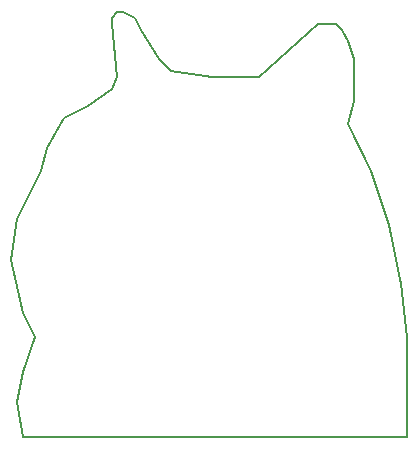
<source format=gbr>
G04 #@! TF.GenerationSoftware,KiCad,Pcbnew,8.0.7*
G04 #@! TF.CreationDate,2025-01-23T10:02:08+01:00*
G04 #@! TF.ProjectId,hackaday-eu-2025-sao-doge,6861636b-6164-4617-992d-65752d323032,rev?*
G04 #@! TF.SameCoordinates,Original*
G04 #@! TF.FileFunction,Profile,NP*
%FSLAX46Y46*%
G04 Gerber Fmt 4.6, Leading zero omitted, Abs format (unit mm)*
G04 Created by KiCad (PCBNEW 8.0.7) date 2025-01-23 10:02:08*
%MOMM*%
%LPD*%
G01*
G04 APERTURE LIST*
G04 #@! TA.AperFunction,Profile*
%ADD10C,0.200000*%
G04 #@! TD*
G04 APERTURE END LIST*
D10*
X127473077Y-29865385D02*
X127973077Y-30865385D01*
X129473077Y-33365385D01*
X130473077Y-34365385D01*
X133973077Y-34865385D01*
X137973077Y-34865385D01*
X142973077Y-30365385D01*
X144473077Y-30365385D01*
X144973077Y-30865385D01*
X145473077Y-31865385D01*
X145973077Y-33365385D01*
X145973077Y-36865385D01*
X145473077Y-38865385D01*
X147473077Y-42865385D01*
X148973077Y-47365385D01*
X149973077Y-52365385D01*
X150473077Y-56865385D01*
X150473077Y-65365385D01*
X117973077Y-65365385D01*
X117473077Y-62365385D01*
X117973077Y-59865385D01*
X118973077Y-56865385D01*
X117973077Y-54865385D01*
X116973077Y-50365385D01*
X117473077Y-46865385D01*
X119473077Y-42865385D01*
X119973077Y-40865385D01*
X121473077Y-38365385D01*
X123473077Y-37365385D01*
X125473077Y-35865385D01*
X125973077Y-34865385D01*
X125473077Y-30365385D01*
X125473077Y-29865385D01*
X125973077Y-29365385D01*
X126473077Y-29365385D01*
X127473077Y-29865385D01*
M02*

</source>
